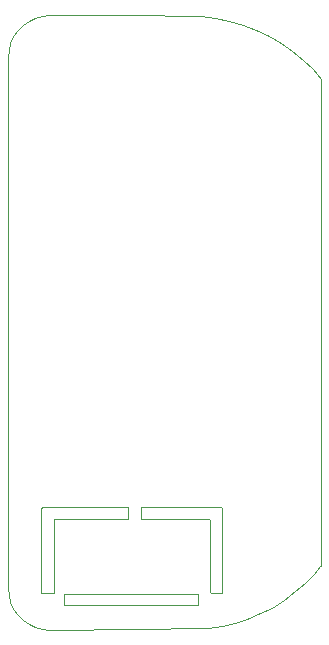
<source format=gm1>
G04 Layer_Color=16711935*
%FSLAX44Y44*%
%MOMM*%
G71*
G01*
G75*
%ADD320C,0.0100*%
D320*
X2622042Y377444D02*
Y387096D01*
X2508504Y377444D02*
X2622042D01*
X2508504D02*
Y386842D01*
X2508758Y387096D01*
X2622042D01*
X2573782Y450596D02*
Y461010D01*
Y450596D02*
X2631186D01*
X2631948Y449834D01*
Y389128D02*
Y449834D01*
Y389128D02*
X2633218Y387858D01*
X2642616D01*
Y459994D01*
X2641600Y461010D02*
X2642616Y459994D01*
X2573782Y461010D02*
X2641600D01*
X2562860Y450596D02*
Y461010D01*
X2490724D02*
X2562860D01*
X2489454Y459740D02*
X2490724Y461010D01*
X2489454Y387604D02*
Y459740D01*
Y387604D02*
X2499614D01*
X2500122Y388112D01*
Y450596D01*
X2562860D01*
X2469233Y369507D02*
X2473547Y365193D01*
X2465733Y374504D02*
X2469233Y369507D01*
X2463155Y380034D02*
X2465733Y374504D01*
X2461576Y385927D02*
X2463155Y380034D01*
X2461044Y392004D02*
X2461576Y385927D01*
X2461044Y392004D02*
Y841927D01*
X2461576Y848005D01*
X2463155Y853898D01*
X2465733Y859427D01*
X2469233Y864425D01*
X2473547Y868739D01*
X2478544Y872238D01*
X2484074Y874816D01*
X2489967Y876395D01*
X2496044Y876927D01*
X2501044D01*
X2562796Y876927D01*
X2624540Y876462D01*
X2636631Y874993D01*
X2648549Y872523D01*
X2660205Y869073D01*
X2671517Y864668D01*
X2682411Y859339D01*
X2691880Y853732D01*
X2701870Y846697D01*
X2711182Y838910D01*
X2718977Y831262D01*
X2726222Y822992D01*
Y410992D02*
Y822992D01*
X2725694Y410464D02*
X2726222Y410992D01*
X2720537Y404343D02*
X2725694Y410464D01*
X2712834Y396551D02*
X2720537Y404343D01*
X2704538Y389333D02*
X2712834Y396551D01*
X2694724Y382073D02*
X2704538Y389333D01*
X2684397Y375688D02*
X2694724Y382073D01*
X2674653Y370683D02*
X2684397Y375688D01*
X2663461Y366014D02*
X2674653Y370683D01*
X2653063Y362618D02*
X2663461Y366014D01*
X2642348Y359994D02*
X2653063Y362618D01*
X2630310Y358037D02*
X2642348Y359994D01*
X2501044Y357004D02*
X2630310Y358037D01*
X2496044Y357004D02*
X2501044D01*
X2489967Y357536D02*
X2496044Y357004D01*
X2484074Y359115D02*
X2489967Y357536D01*
X2478544Y361693D02*
X2484074Y359115D01*
X2473547Y365193D02*
X2478544Y361693D01*
M02*

</source>
